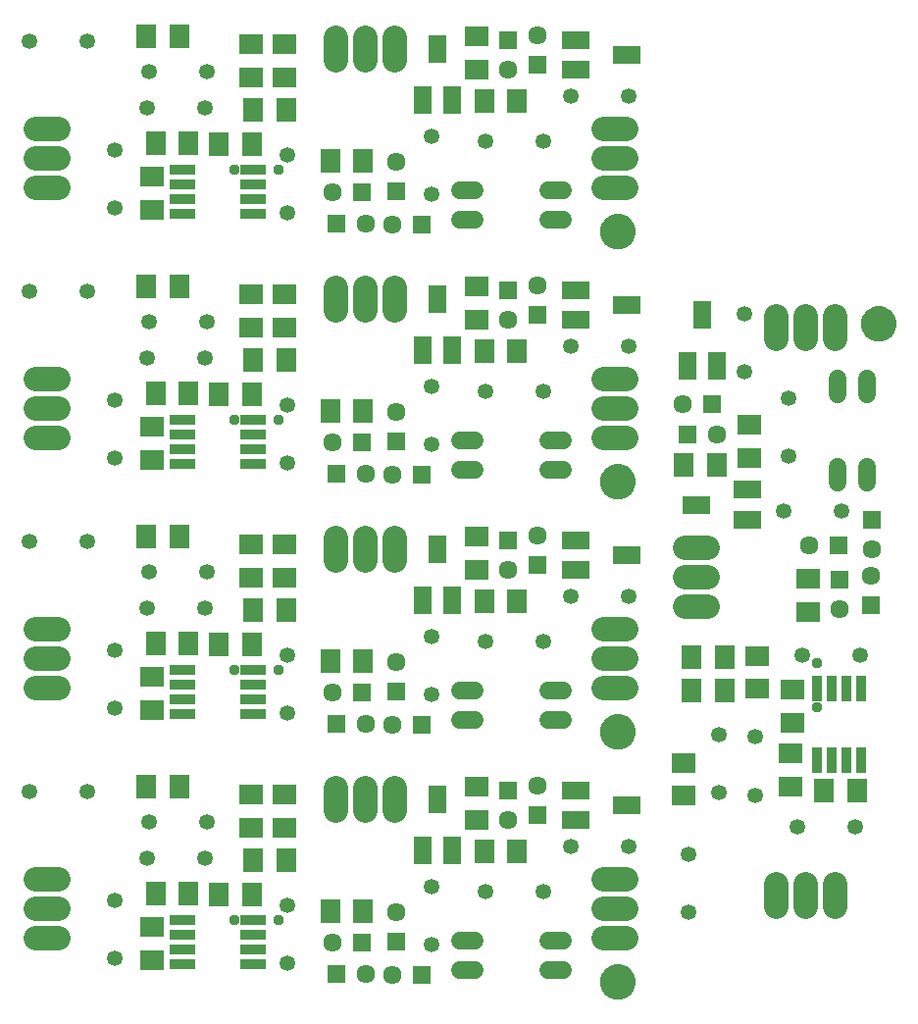
<source format=gbr>
G04 EAGLE Gerber X2 export*
%TF.Part,Single*%
%TF.FileFunction,Soldermask,Top,1*%
%TF.FilePolarity,Positive*%
%TF.GenerationSoftware,Autodesk,EAGLE,9.2.2*%
%TF.CreationDate,2019-04-19T13:45:25Z*%
G75*
%MOMM*%
%FSLAX34Y34*%
%LPD*%
%INSoldermask Top*%
%AMOC8*
5,1,8,0,0,1.08239X$1,22.5*%
G01*
%ADD10C,1.346200*%
%ADD11R,2.235200X0.863600*%
%ADD12R,2.006200X1.803200*%
%ADD13R,1.803200X2.006200*%
%ADD14C,1.611200*%
%ADD15R,1.611200X1.611200*%
%ADD16R,2.387600X1.524000*%
%ADD17C,2.159000*%
%ADD18C,1.524000*%
%ADD19R,1.524000X2.387600*%
%ADD20R,0.863600X2.235200*%
%ADD21C,0.959600*%

G36*
X593054Y667805D02*
X593054Y667805D01*
X593157Y667829D01*
X593228Y667836D01*
X595634Y668480D01*
X595731Y668522D01*
X595800Y668541D01*
X598057Y669593D01*
X598146Y669651D01*
X598210Y669682D01*
X600250Y671110D01*
X600328Y671183D01*
X600386Y671224D01*
X602147Y672985D01*
X602156Y672997D01*
X602159Y673000D01*
X602170Y673016D01*
X602210Y673070D01*
X602261Y673121D01*
X603689Y675161D01*
X603731Y675243D01*
X603747Y675267D01*
X603748Y675272D01*
X603778Y675314D01*
X604830Y677571D01*
X604861Y677672D01*
X604891Y677737D01*
X605535Y680143D01*
X605548Y680248D01*
X605566Y680317D01*
X605783Y682798D01*
X605777Y682904D01*
X605783Y682975D01*
X605566Y685456D01*
X605542Y685559D01*
X605535Y685631D01*
X604891Y688036D01*
X604849Y688134D01*
X604830Y688203D01*
X603778Y690460D01*
X603720Y690548D01*
X603689Y690613D01*
X602261Y692653D01*
X602188Y692730D01*
X602147Y692789D01*
X600386Y694550D01*
X600301Y694613D01*
X600250Y694663D01*
X598210Y696092D01*
X598116Y696140D01*
X598057Y696180D01*
X595800Y697233D01*
X595699Y697264D01*
X595634Y697293D01*
X593228Y697938D01*
X593123Y697951D01*
X593054Y697969D01*
X590573Y698186D01*
X590467Y698180D01*
X590396Y698186D01*
X587915Y697969D01*
X587812Y697945D01*
X587740Y697938D01*
X585335Y697293D01*
X585237Y697252D01*
X585168Y697233D01*
X582911Y696180D01*
X582823Y696123D01*
X582758Y696092D01*
X580718Y694663D01*
X580641Y694591D01*
X580582Y694550D01*
X578821Y692789D01*
X578758Y692704D01*
X578708Y692653D01*
X577279Y690613D01*
X577231Y690519D01*
X577191Y690460D01*
X576138Y688203D01*
X576107Y688101D01*
X576078Y688036D01*
X575433Y685631D01*
X575420Y685526D01*
X575402Y685456D01*
X575185Y682975D01*
X575191Y682870D01*
X575185Y682798D01*
X575402Y680317D01*
X575426Y680214D01*
X575433Y680143D01*
X576078Y677737D01*
X576119Y677640D01*
X576138Y677571D01*
X577191Y675314D01*
X577248Y675225D01*
X577279Y675161D01*
X578708Y673121D01*
X578761Y673063D01*
X578775Y673040D01*
X578797Y673019D01*
X578821Y672985D01*
X580582Y671224D01*
X580667Y671161D01*
X580718Y671110D01*
X582758Y669682D01*
X582852Y669634D01*
X582911Y669593D01*
X585168Y668541D01*
X585270Y668510D01*
X585335Y668480D01*
X587740Y667836D01*
X587845Y667823D01*
X587915Y667805D01*
X590396Y667588D01*
X590501Y667594D01*
X590573Y667588D01*
X593054Y667805D01*
G37*
G36*
X818283Y588102D02*
X818283Y588102D01*
X818386Y588126D01*
X818457Y588133D01*
X820863Y588778D01*
X820960Y588819D01*
X821029Y588838D01*
X823286Y589891D01*
X823375Y589948D01*
X823439Y589979D01*
X825479Y591408D01*
X825557Y591480D01*
X825615Y591521D01*
X827376Y593282D01*
X827385Y593294D01*
X827388Y593297D01*
X827399Y593313D01*
X827439Y593367D01*
X827490Y593418D01*
X828918Y595458D01*
X828960Y595540D01*
X828976Y595565D01*
X828977Y595569D01*
X829007Y595611D01*
X830059Y597868D01*
X830090Y597970D01*
X830120Y598035D01*
X830764Y600440D01*
X830777Y600545D01*
X830795Y600615D01*
X831012Y603096D01*
X831006Y603201D01*
X831012Y603273D01*
X830795Y605754D01*
X830771Y605857D01*
X830764Y605928D01*
X830120Y608334D01*
X830078Y608431D01*
X830059Y608500D01*
X829007Y610757D01*
X828949Y610846D01*
X828918Y610910D01*
X827490Y612950D01*
X827417Y613028D01*
X827376Y613086D01*
X825615Y614847D01*
X825530Y614910D01*
X825479Y614961D01*
X823439Y616389D01*
X823345Y616437D01*
X823286Y616478D01*
X821029Y617530D01*
X820928Y617561D01*
X820863Y617591D01*
X818457Y618235D01*
X818352Y618248D01*
X818283Y618266D01*
X815802Y618483D01*
X815696Y618477D01*
X815625Y618483D01*
X813144Y618266D01*
X813041Y618242D01*
X812969Y618235D01*
X810564Y617591D01*
X810466Y617549D01*
X810397Y617530D01*
X808140Y616478D01*
X808052Y616420D01*
X807987Y616389D01*
X805947Y614961D01*
X805870Y614888D01*
X805811Y614847D01*
X804050Y613086D01*
X803987Y613001D01*
X803937Y612950D01*
X802508Y610910D01*
X802460Y610816D01*
X802420Y610757D01*
X801367Y608500D01*
X801336Y608399D01*
X801307Y608334D01*
X800662Y605928D01*
X800649Y605823D01*
X800631Y605754D01*
X800414Y603273D01*
X800420Y603167D01*
X800414Y603096D01*
X800631Y600615D01*
X800655Y600512D01*
X800662Y600440D01*
X801307Y598035D01*
X801348Y597937D01*
X801367Y597868D01*
X802420Y595611D01*
X802477Y595523D01*
X802508Y595458D01*
X803937Y593418D01*
X803990Y593361D01*
X804004Y593337D01*
X804026Y593317D01*
X804050Y593282D01*
X805811Y591521D01*
X805896Y591458D01*
X805947Y591408D01*
X807987Y589979D01*
X808081Y589931D01*
X808140Y589891D01*
X810397Y588838D01*
X810499Y588807D01*
X810564Y588778D01*
X812969Y588133D01*
X813074Y588120D01*
X813144Y588102D01*
X815625Y587885D01*
X815730Y587891D01*
X815802Y587885D01*
X818283Y588102D01*
G37*
G36*
X593054Y451905D02*
X593054Y451905D01*
X593157Y451929D01*
X593228Y451936D01*
X595634Y452580D01*
X595731Y452622D01*
X595800Y452641D01*
X598057Y453693D01*
X598146Y453751D01*
X598210Y453782D01*
X600250Y455210D01*
X600328Y455283D01*
X600386Y455324D01*
X602147Y457085D01*
X602156Y457097D01*
X602159Y457100D01*
X602170Y457116D01*
X602210Y457170D01*
X602261Y457221D01*
X603689Y459261D01*
X603731Y459343D01*
X603747Y459367D01*
X603748Y459372D01*
X603778Y459414D01*
X604830Y461671D01*
X604861Y461772D01*
X604891Y461837D01*
X605535Y464243D01*
X605548Y464348D01*
X605566Y464417D01*
X605783Y466898D01*
X605777Y467004D01*
X605783Y467075D01*
X605566Y469556D01*
X605542Y469659D01*
X605535Y469731D01*
X604891Y472136D01*
X604849Y472234D01*
X604830Y472303D01*
X603778Y474560D01*
X603720Y474648D01*
X603689Y474713D01*
X602261Y476753D01*
X602188Y476830D01*
X602147Y476889D01*
X600386Y478650D01*
X600301Y478713D01*
X600250Y478763D01*
X598210Y480192D01*
X598116Y480240D01*
X598057Y480280D01*
X595800Y481333D01*
X595699Y481364D01*
X595634Y481393D01*
X593228Y482038D01*
X593123Y482051D01*
X593054Y482069D01*
X590573Y482286D01*
X590467Y482280D01*
X590396Y482286D01*
X587915Y482069D01*
X587812Y482045D01*
X587740Y482038D01*
X585335Y481393D01*
X585237Y481352D01*
X585168Y481333D01*
X582911Y480280D01*
X582823Y480223D01*
X582758Y480192D01*
X580718Y478763D01*
X580641Y478691D01*
X580582Y478650D01*
X578821Y476889D01*
X578758Y476804D01*
X578708Y476753D01*
X577279Y474713D01*
X577231Y474619D01*
X577191Y474560D01*
X576138Y472303D01*
X576107Y472201D01*
X576078Y472136D01*
X575433Y469731D01*
X575420Y469626D01*
X575402Y469556D01*
X575185Y467075D01*
X575191Y466970D01*
X575185Y466898D01*
X575402Y464417D01*
X575426Y464314D01*
X575433Y464243D01*
X576078Y461837D01*
X576119Y461740D01*
X576138Y461671D01*
X577191Y459414D01*
X577248Y459325D01*
X577279Y459261D01*
X578708Y457221D01*
X578761Y457163D01*
X578775Y457140D01*
X578797Y457119D01*
X578821Y457085D01*
X580582Y455324D01*
X580667Y455261D01*
X580718Y455210D01*
X582758Y453782D01*
X582852Y453734D01*
X582911Y453693D01*
X585168Y452641D01*
X585270Y452610D01*
X585335Y452580D01*
X587740Y451936D01*
X587845Y451923D01*
X587915Y451905D01*
X590396Y451688D01*
X590501Y451694D01*
X590573Y451688D01*
X593054Y451905D01*
G37*
G36*
X593054Y236005D02*
X593054Y236005D01*
X593157Y236029D01*
X593228Y236036D01*
X595634Y236680D01*
X595731Y236722D01*
X595800Y236741D01*
X598057Y237793D01*
X598146Y237851D01*
X598210Y237882D01*
X600250Y239310D01*
X600328Y239383D01*
X600386Y239424D01*
X602147Y241185D01*
X602156Y241197D01*
X602159Y241200D01*
X602170Y241216D01*
X602210Y241270D01*
X602261Y241321D01*
X603689Y243361D01*
X603731Y243443D01*
X603747Y243467D01*
X603748Y243472D01*
X603778Y243514D01*
X604830Y245771D01*
X604861Y245872D01*
X604891Y245937D01*
X605535Y248343D01*
X605548Y248448D01*
X605566Y248517D01*
X605783Y250998D01*
X605777Y251104D01*
X605783Y251175D01*
X605566Y253656D01*
X605542Y253759D01*
X605535Y253831D01*
X604891Y256236D01*
X604849Y256334D01*
X604830Y256403D01*
X603778Y258660D01*
X603720Y258748D01*
X603689Y258813D01*
X602261Y260853D01*
X602188Y260930D01*
X602147Y260989D01*
X600386Y262750D01*
X600301Y262813D01*
X600250Y262863D01*
X598210Y264292D01*
X598116Y264340D01*
X598057Y264380D01*
X595800Y265433D01*
X595699Y265464D01*
X595634Y265493D01*
X593228Y266138D01*
X593123Y266151D01*
X593054Y266169D01*
X590573Y266386D01*
X590467Y266380D01*
X590396Y266386D01*
X587915Y266169D01*
X587812Y266145D01*
X587740Y266138D01*
X585335Y265493D01*
X585237Y265452D01*
X585168Y265433D01*
X582911Y264380D01*
X582823Y264323D01*
X582758Y264292D01*
X580718Y262863D01*
X580641Y262791D01*
X580582Y262750D01*
X578821Y260989D01*
X578758Y260904D01*
X578708Y260853D01*
X577279Y258813D01*
X577231Y258719D01*
X577191Y258660D01*
X576138Y256403D01*
X576107Y256301D01*
X576078Y256236D01*
X575433Y253831D01*
X575420Y253726D01*
X575402Y253656D01*
X575185Y251175D01*
X575191Y251070D01*
X575185Y250998D01*
X575402Y248517D01*
X575426Y248414D01*
X575433Y248343D01*
X576078Y245937D01*
X576119Y245840D01*
X576138Y245771D01*
X577191Y243514D01*
X577248Y243425D01*
X577279Y243361D01*
X578708Y241321D01*
X578761Y241263D01*
X578775Y241240D01*
X578797Y241219D01*
X578821Y241185D01*
X580582Y239424D01*
X580667Y239361D01*
X580718Y239310D01*
X582758Y237882D01*
X582852Y237834D01*
X582911Y237793D01*
X585168Y236741D01*
X585270Y236710D01*
X585335Y236680D01*
X587740Y236036D01*
X587845Y236023D01*
X587915Y236005D01*
X590396Y235788D01*
X590501Y235794D01*
X590573Y235788D01*
X593054Y236005D01*
G37*
G36*
X593054Y20105D02*
X593054Y20105D01*
X593157Y20129D01*
X593228Y20136D01*
X595634Y20780D01*
X595731Y20822D01*
X595800Y20841D01*
X598057Y21893D01*
X598146Y21951D01*
X598210Y21982D01*
X600250Y23410D01*
X600328Y23483D01*
X600386Y23524D01*
X602147Y25285D01*
X602156Y25297D01*
X602159Y25300D01*
X602170Y25316D01*
X602210Y25370D01*
X602261Y25421D01*
X603689Y27461D01*
X603731Y27543D01*
X603747Y27567D01*
X603748Y27572D01*
X603778Y27614D01*
X604830Y29871D01*
X604861Y29972D01*
X604891Y30037D01*
X605535Y32443D01*
X605548Y32548D01*
X605566Y32617D01*
X605783Y35098D01*
X605777Y35204D01*
X605783Y35275D01*
X605566Y37756D01*
X605542Y37859D01*
X605535Y37931D01*
X604891Y40336D01*
X604849Y40434D01*
X604830Y40503D01*
X603778Y42760D01*
X603720Y42848D01*
X603689Y42913D01*
X602261Y44953D01*
X602188Y45030D01*
X602147Y45089D01*
X600386Y46850D01*
X600301Y46913D01*
X600250Y46963D01*
X598210Y48392D01*
X598116Y48440D01*
X598057Y48480D01*
X595800Y49533D01*
X595699Y49564D01*
X595634Y49593D01*
X593228Y50238D01*
X593123Y50251D01*
X593054Y50269D01*
X590573Y50486D01*
X590467Y50480D01*
X590396Y50486D01*
X587915Y50269D01*
X587812Y50245D01*
X587740Y50238D01*
X585335Y49593D01*
X585237Y49552D01*
X585168Y49533D01*
X582911Y48480D01*
X582823Y48423D01*
X582758Y48392D01*
X580718Y46963D01*
X580641Y46891D01*
X580582Y46850D01*
X578821Y45089D01*
X578758Y45004D01*
X578708Y44953D01*
X577279Y42913D01*
X577231Y42819D01*
X577191Y42760D01*
X576138Y40503D01*
X576107Y40401D01*
X576078Y40336D01*
X575433Y37931D01*
X575420Y37826D01*
X575402Y37756D01*
X575185Y35275D01*
X575191Y35170D01*
X575185Y35098D01*
X575402Y32617D01*
X575426Y32514D01*
X575433Y32443D01*
X576078Y30037D01*
X576119Y29940D01*
X576138Y29871D01*
X577191Y27614D01*
X577248Y27525D01*
X577279Y27461D01*
X578708Y25421D01*
X578761Y25363D01*
X578775Y25340D01*
X578797Y25319D01*
X578821Y25285D01*
X580582Y23524D01*
X580667Y23461D01*
X580718Y23410D01*
X582758Y21982D01*
X582852Y21934D01*
X582911Y21893D01*
X585168Y20841D01*
X585270Y20810D01*
X585335Y20780D01*
X587740Y20136D01*
X587845Y20123D01*
X587915Y20105D01*
X590396Y19888D01*
X590501Y19894D01*
X590573Y19888D01*
X593054Y20105D01*
G37*
D10*
X304826Y101665D03*
X304826Y51665D03*
X235626Y173665D03*
X185626Y173665D03*
X132626Y199265D03*
X82626Y199265D03*
X233826Y141665D03*
X183826Y141665D03*
X156126Y105665D03*
X156126Y55665D03*
D11*
X275560Y50215D03*
X214092Y50215D03*
X275560Y62915D03*
X275560Y75615D03*
X214092Y62915D03*
X214092Y75615D03*
X275560Y88315D03*
X214092Y88315D03*
D12*
X302841Y168329D03*
X302841Y196769D03*
X273768Y196569D03*
X273768Y168129D03*
D13*
X211546Y203765D03*
X183106Y203765D03*
X304046Y140114D03*
X275606Y140114D03*
D12*
X187926Y82385D03*
X187926Y53945D03*
D13*
X370546Y95965D03*
X342106Y95965D03*
X191306Y111165D03*
X219746Y111165D03*
D14*
X373002Y41649D03*
D15*
X347602Y41649D03*
D14*
X344126Y69465D03*
D15*
X369526Y69465D03*
D14*
X399137Y95017D03*
D15*
X399137Y69617D03*
D14*
X395682Y41007D03*
D15*
X421082Y41007D03*
D16*
X554426Y200595D03*
X598426Y187865D03*
X554426Y175135D03*
D13*
X503418Y147443D03*
X474978Y147443D03*
D14*
X520926Y204665D03*
D15*
X520926Y179265D03*
D14*
X495326Y175265D03*
D15*
X495326Y200665D03*
D17*
X577784Y123996D02*
X597342Y123996D01*
X597342Y98596D02*
X577784Y98596D01*
X577784Y73196D02*
X597342Y73196D01*
X107342Y123996D02*
X87784Y123996D01*
X87784Y98596D02*
X107342Y98596D01*
X107342Y73196D02*
X87784Y73196D01*
X346763Y183135D02*
X346763Y202693D01*
X372163Y202693D02*
X372163Y183135D01*
X397563Y183135D02*
X397563Y202693D01*
D10*
X476319Y112794D03*
X526319Y112794D03*
D13*
X274479Y110201D03*
X246039Y110201D03*
D18*
X529978Y45489D02*
X543186Y45489D01*
X543186Y70889D02*
X529978Y70889D01*
X466986Y70889D02*
X453778Y70889D01*
X453778Y45489D02*
X466986Y45489D01*
D19*
X421713Y148943D03*
X434443Y192943D03*
X447173Y148943D03*
D12*
X468651Y175142D03*
X468651Y203582D03*
D10*
X429369Y117770D03*
X429369Y67770D03*
X549469Y151682D03*
X599469Y151682D03*
X304826Y317565D03*
X304826Y267565D03*
X235626Y389565D03*
X185626Y389565D03*
X132626Y415165D03*
X82626Y415165D03*
X233826Y357565D03*
X183826Y357565D03*
X156126Y321565D03*
X156126Y271565D03*
D11*
X275560Y266115D03*
X214092Y266115D03*
X275560Y278815D03*
X275560Y291515D03*
X214092Y278815D03*
X214092Y291515D03*
X275560Y304215D03*
X214092Y304215D03*
D12*
X302841Y384229D03*
X302841Y412669D03*
X273768Y412469D03*
X273768Y384029D03*
D13*
X211546Y419665D03*
X183106Y419665D03*
X304046Y356014D03*
X275606Y356014D03*
D12*
X187926Y298285D03*
X187926Y269845D03*
D13*
X370546Y311865D03*
X342106Y311865D03*
X191306Y327065D03*
X219746Y327065D03*
D14*
X373002Y257549D03*
D15*
X347602Y257549D03*
D14*
X344126Y285365D03*
D15*
X369526Y285365D03*
D14*
X399137Y310917D03*
D15*
X399137Y285517D03*
D14*
X395682Y256907D03*
D15*
X421082Y256907D03*
D16*
X554426Y416495D03*
X598426Y403765D03*
X554426Y391035D03*
D13*
X503418Y363343D03*
X474978Y363343D03*
D14*
X520926Y420565D03*
D15*
X520926Y395165D03*
D14*
X495326Y391165D03*
D15*
X495326Y416565D03*
D17*
X577784Y339896D02*
X597342Y339896D01*
X597342Y314496D02*
X577784Y314496D01*
X577784Y289096D02*
X597342Y289096D01*
X107342Y339896D02*
X87784Y339896D01*
X87784Y314496D02*
X107342Y314496D01*
X107342Y289096D02*
X87784Y289096D01*
X346763Y399035D02*
X346763Y418593D01*
X372163Y418593D02*
X372163Y399035D01*
X397563Y399035D02*
X397563Y418593D01*
D10*
X476319Y328694D03*
X526319Y328694D03*
D13*
X274479Y326101D03*
X246039Y326101D03*
D18*
X529978Y261389D02*
X543186Y261389D01*
X543186Y286789D02*
X529978Y286789D01*
X466986Y286789D02*
X453778Y286789D01*
X453778Y261389D02*
X466986Y261389D01*
D19*
X421713Y364843D03*
X434443Y408843D03*
X447173Y364843D03*
D12*
X468651Y391042D03*
X468651Y419482D03*
D10*
X429369Y333670D03*
X429369Y283670D03*
X549469Y367582D03*
X599469Y367582D03*
X304826Y533465D03*
X304826Y483465D03*
X235626Y605465D03*
X185626Y605465D03*
X132626Y631065D03*
X82626Y631065D03*
X233826Y573465D03*
X183826Y573465D03*
X156126Y537465D03*
X156126Y487465D03*
D11*
X275560Y482015D03*
X214092Y482015D03*
X275560Y494715D03*
X275560Y507415D03*
X214092Y494715D03*
X214092Y507415D03*
X275560Y520115D03*
X214092Y520115D03*
D12*
X302841Y600129D03*
X302841Y628569D03*
X273768Y628369D03*
X273768Y599929D03*
D13*
X211546Y635565D03*
X183106Y635565D03*
X304046Y571914D03*
X275606Y571914D03*
D12*
X187926Y514185D03*
X187926Y485745D03*
D13*
X370546Y527765D03*
X342106Y527765D03*
X191306Y542965D03*
X219746Y542965D03*
D14*
X373002Y473449D03*
D15*
X347602Y473449D03*
D14*
X344126Y501265D03*
D15*
X369526Y501265D03*
D14*
X399137Y526817D03*
D15*
X399137Y501417D03*
D14*
X395682Y472807D03*
D15*
X421082Y472807D03*
D16*
X554426Y632395D03*
X598426Y619665D03*
X554426Y606935D03*
D13*
X503418Y579243D03*
X474978Y579243D03*
D14*
X520926Y636465D03*
D15*
X520926Y611065D03*
D14*
X495326Y607065D03*
D15*
X495326Y632465D03*
D17*
X577784Y555796D02*
X597342Y555796D01*
X597342Y530396D02*
X577784Y530396D01*
X577784Y504996D02*
X597342Y504996D01*
X107342Y555796D02*
X87784Y555796D01*
X87784Y530396D02*
X107342Y530396D01*
X107342Y504996D02*
X87784Y504996D01*
X346763Y614935D02*
X346763Y634493D01*
X372163Y634493D02*
X372163Y614935D01*
X397563Y614935D02*
X397563Y634493D01*
D10*
X476319Y544594D03*
X526319Y544594D03*
D13*
X274479Y542001D03*
X246039Y542001D03*
D18*
X529978Y477289D02*
X543186Y477289D01*
X543186Y502689D02*
X529978Y502689D01*
X466986Y502689D02*
X453778Y502689D01*
X453778Y477289D02*
X466986Y477289D01*
D19*
X421713Y580743D03*
X434443Y624743D03*
X447173Y580743D03*
D12*
X468651Y606942D03*
X468651Y635382D03*
D10*
X429369Y549570D03*
X429369Y499570D03*
X549469Y583482D03*
X599469Y583482D03*
X304826Y749365D03*
X304826Y699365D03*
X235626Y821365D03*
X185626Y821365D03*
X132626Y846965D03*
X82626Y846965D03*
X233826Y789365D03*
X183826Y789365D03*
X156126Y753365D03*
X156126Y703365D03*
D11*
X275560Y697915D03*
X214092Y697915D03*
X275560Y710615D03*
X275560Y723315D03*
X214092Y710615D03*
X214092Y723315D03*
X275560Y736015D03*
X214092Y736015D03*
D12*
X302841Y816029D03*
X302841Y844469D03*
X273768Y844269D03*
X273768Y815829D03*
D13*
X211546Y851465D03*
X183106Y851465D03*
X304046Y787814D03*
X275606Y787814D03*
D12*
X187926Y730085D03*
X187926Y701645D03*
D13*
X370546Y743665D03*
X342106Y743665D03*
X191306Y758865D03*
X219746Y758865D03*
D14*
X373002Y689349D03*
D15*
X347602Y689349D03*
D14*
X344126Y717165D03*
D15*
X369526Y717165D03*
D14*
X399137Y742717D03*
D15*
X399137Y717317D03*
D14*
X395682Y688707D03*
D15*
X421082Y688707D03*
D16*
X554426Y848295D03*
X598426Y835565D03*
X554426Y822835D03*
D13*
X503418Y795143D03*
X474978Y795143D03*
D14*
X520926Y852365D03*
D15*
X520926Y826965D03*
D14*
X495326Y822965D03*
D15*
X495326Y848365D03*
D17*
X577784Y771696D02*
X597342Y771696D01*
X597342Y746296D02*
X577784Y746296D01*
X577784Y720896D02*
X597342Y720896D01*
X107342Y771696D02*
X87784Y771696D01*
X87784Y746296D02*
X107342Y746296D01*
X107342Y720896D02*
X87784Y720896D01*
X346763Y830835D02*
X346763Y850393D01*
X372163Y850393D02*
X372163Y830835D01*
X397563Y830835D02*
X397563Y850393D01*
D10*
X476319Y760494D03*
X526319Y760494D03*
D13*
X274479Y757901D03*
X246039Y757901D03*
D18*
X529978Y693189D02*
X543186Y693189D01*
X543186Y718589D02*
X529978Y718589D01*
X466986Y718589D02*
X453778Y718589D01*
X453778Y693189D02*
X466986Y693189D01*
D19*
X421713Y796643D03*
X434443Y840643D03*
X447173Y796643D03*
D12*
X468651Y822842D03*
X468651Y851282D03*
D10*
X429369Y765470D03*
X429369Y715470D03*
X549469Y799382D03*
X599469Y799382D03*
X749235Y317526D03*
X799235Y317526D03*
X677235Y248326D03*
X677235Y198326D03*
X651635Y145326D03*
X651635Y95326D03*
X709235Y246526D03*
X709235Y196526D03*
X745235Y168826D03*
X795235Y168826D03*
D20*
X800685Y288260D03*
X800685Y226792D03*
X787985Y288260D03*
X775285Y288260D03*
X787985Y226792D03*
X775285Y226792D03*
X762585Y288260D03*
X762585Y226792D03*
D13*
X682571Y315541D03*
X654131Y315541D03*
X654331Y286468D03*
X682771Y286468D03*
D12*
X647135Y224246D03*
X647135Y195806D03*
X710786Y316746D03*
X710786Y288306D03*
D13*
X768515Y200626D03*
X796955Y200626D03*
D12*
X754935Y383246D03*
X754935Y354806D03*
X739735Y204006D03*
X739735Y232446D03*
D14*
X809251Y385702D03*
D15*
X809251Y360302D03*
D14*
X781435Y356826D03*
D15*
X781435Y382226D03*
D14*
X755883Y411837D03*
D15*
X781283Y411837D03*
D14*
X809893Y408382D03*
D15*
X809893Y433782D03*
D19*
X650305Y567126D03*
X663035Y611126D03*
X675765Y567126D03*
D12*
X703457Y516118D03*
X703457Y487678D03*
D14*
X646235Y533626D03*
D15*
X671635Y533626D03*
D14*
X675635Y508026D03*
D15*
X650235Y508026D03*
D17*
X726904Y590484D02*
X726904Y610042D01*
X752304Y610042D02*
X752304Y590484D01*
X777704Y590484D02*
X777704Y610042D01*
X726904Y120042D02*
X726904Y100484D01*
X752304Y100484D02*
X752304Y120042D01*
X777704Y120042D02*
X777704Y100484D01*
X667765Y359463D02*
X648207Y359463D01*
X648207Y384863D02*
X667765Y384863D01*
X667765Y410263D02*
X648207Y410263D01*
D10*
X738106Y489019D03*
X738106Y539019D03*
D12*
X740699Y287179D03*
X740699Y258739D03*
D18*
X805411Y542678D02*
X805411Y555886D01*
X780011Y555886D02*
X780011Y542678D01*
X780011Y479686D02*
X780011Y466478D01*
X805411Y466478D02*
X805411Y479686D01*
D16*
X701957Y434413D03*
X657957Y447143D03*
X701957Y459873D03*
D13*
X675758Y481351D03*
X647318Y481351D03*
D10*
X733130Y442069D03*
X783130Y442069D03*
X699218Y562169D03*
X699218Y612169D03*
D21*
X259370Y88873D03*
X297470Y88873D03*
X259370Y304773D03*
X297470Y304773D03*
X259370Y520673D03*
X297470Y520673D03*
X259370Y736573D03*
X297470Y736573D03*
X762027Y272070D03*
X762027Y310170D03*
M02*

</source>
